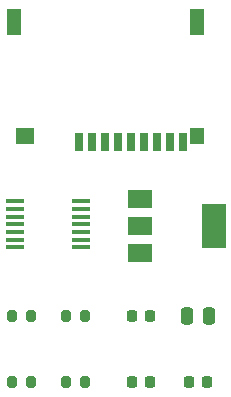
<source format=gtp>
G04 #@! TF.GenerationSoftware,KiCad,Pcbnew,7.0.10-7.0.10~ubuntu22.04.1*
G04 #@! TF.CreationDate,2024-01-30T11:00:35+01:00*
G04 #@! TF.ProjectId,rocketry_circuit,726f636b-6574-4727-995f-636972637569,rev?*
G04 #@! TF.SameCoordinates,Original*
G04 #@! TF.FileFunction,Paste,Top*
G04 #@! TF.FilePolarity,Positive*
%FSLAX46Y46*%
G04 Gerber Fmt 4.6, Leading zero omitted, Abs format (unit mm)*
G04 Created by KiCad (PCBNEW 7.0.10-7.0.10~ubuntu22.04.1) date 2024-01-30 11:00:35*
%MOMM*%
%LPD*%
G01*
G04 APERTURE LIST*
G04 Aperture macros list*
%AMRoundRect*
0 Rectangle with rounded corners*
0 $1 Rounding radius*
0 $2 $3 $4 $5 $6 $7 $8 $9 X,Y pos of 4 corners*
0 Add a 4 corners polygon primitive as box body*
4,1,4,$2,$3,$4,$5,$6,$7,$8,$9,$2,$3,0*
0 Add four circle primitives for the rounded corners*
1,1,$1+$1,$2,$3*
1,1,$1+$1,$4,$5*
1,1,$1+$1,$6,$7*
1,1,$1+$1,$8,$9*
0 Add four rect primitives between the rounded corners*
20,1,$1+$1,$2,$3,$4,$5,0*
20,1,$1+$1,$4,$5,$6,$7,0*
20,1,$1+$1,$6,$7,$8,$9,0*
20,1,$1+$1,$8,$9,$2,$3,0*%
G04 Aperture macros list end*
%ADD10RoundRect,0.200000X-0.200000X-0.275000X0.200000X-0.275000X0.200000X0.275000X-0.200000X0.275000X0*%
%ADD11R,2.000000X1.500000*%
%ADD12R,2.000000X3.800000*%
%ADD13RoundRect,0.250000X-0.250000X-0.475000X0.250000X-0.475000X0.250000X0.475000X-0.250000X0.475000X0*%
%ADD14RoundRect,0.075000X-0.700000X-0.075000X0.700000X-0.075000X0.700000X0.075000X-0.700000X0.075000X0*%
%ADD15RoundRect,0.225000X-0.225000X-0.250000X0.225000X-0.250000X0.225000X0.250000X-0.225000X0.250000X0*%
%ADD16R,0.700000X1.600000*%
%ADD17R,1.200000X2.200000*%
%ADD18R,1.600000X1.400000*%
%ADD19R,1.200000X1.400000*%
G04 APERTURE END LIST*
D10*
X15656000Y-46770000D03*
X17306000Y-46770000D03*
D11*
X26490000Y-36850000D03*
X26490000Y-39150000D03*
D12*
X32790000Y-39150000D03*
D11*
X26490000Y-41450000D03*
D13*
X30481000Y-46770000D03*
X32381000Y-46770000D03*
D14*
X15912000Y-37058000D03*
X15912000Y-37708000D03*
X15912000Y-38358000D03*
X15912000Y-39008000D03*
X15912000Y-39658000D03*
X15912000Y-40308000D03*
X15912000Y-40958000D03*
X21512000Y-40958000D03*
X21512000Y-40308000D03*
X21512000Y-39658000D03*
X21512000Y-39008000D03*
X21512000Y-38358000D03*
X21512000Y-37708000D03*
X21512000Y-37058000D03*
D15*
X25817000Y-46770000D03*
X27367000Y-46770000D03*
D16*
X21350968Y-32018155D03*
X22450968Y-32018155D03*
X23550968Y-32018155D03*
X24650968Y-32018155D03*
X25750968Y-32018155D03*
X26850968Y-32018155D03*
X27950968Y-32018155D03*
X29050968Y-32018155D03*
X30150968Y-32018155D03*
D17*
X15850968Y-21918155D03*
D18*
X16750968Y-31518155D03*
D17*
X31350968Y-21918155D03*
D19*
X31350968Y-31518155D03*
D15*
X30656000Y-52358000D03*
X32206000Y-52358000D03*
D10*
X20228000Y-46770000D03*
X21878000Y-46770000D03*
X15656000Y-52358000D03*
X17306000Y-52358000D03*
D15*
X25817000Y-52358000D03*
X27367000Y-52358000D03*
D10*
X20228000Y-52358000D03*
X21878000Y-52358000D03*
M02*

</source>
